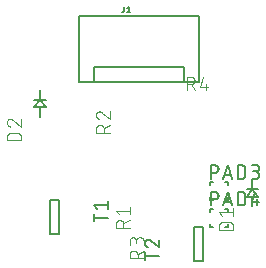
<source format=gto>
G04 EAGLE Gerber RS-274X export*
G75*
%MOMM*%
%FSLAX34Y34*%
%LPD*%
%INTop Silkscreen*%
%IPPOS*%
%AMOC8*
5,1,8,0,0,1.08239X$1,22.5*%
G01*
%ADD10C,0.127000*%
%ADD11C,0.101600*%
%ADD12C,0.152400*%


D10*
X38780Y170225D02*
X34017Y163875D01*
X38780Y163875D01*
X43543Y163875D01*
X38780Y170225D01*
X34017Y170225D01*
X38780Y170225D02*
X43543Y170225D01*
X38780Y163875D02*
X38780Y155937D01*
X38780Y170225D02*
X38780Y178163D01*
D11*
X22397Y135808D02*
X10713Y135808D01*
X10713Y139054D01*
X10715Y139167D01*
X10721Y139280D01*
X10731Y139393D01*
X10745Y139506D01*
X10762Y139618D01*
X10784Y139729D01*
X10809Y139839D01*
X10839Y139949D01*
X10872Y140057D01*
X10909Y140164D01*
X10949Y140270D01*
X10994Y140374D01*
X11042Y140477D01*
X11093Y140578D01*
X11148Y140677D01*
X11206Y140774D01*
X11268Y140869D01*
X11333Y140962D01*
X11401Y141052D01*
X11472Y141140D01*
X11547Y141226D01*
X11624Y141309D01*
X11704Y141389D01*
X11787Y141466D01*
X11873Y141541D01*
X11961Y141612D01*
X12051Y141680D01*
X12144Y141745D01*
X12239Y141807D01*
X12336Y141865D01*
X12435Y141920D01*
X12536Y141971D01*
X12639Y142019D01*
X12743Y142064D01*
X12849Y142104D01*
X12956Y142141D01*
X13064Y142174D01*
X13174Y142204D01*
X13284Y142229D01*
X13395Y142251D01*
X13507Y142268D01*
X13620Y142282D01*
X13733Y142292D01*
X13846Y142298D01*
X13959Y142300D01*
X13959Y142299D02*
X19152Y142299D01*
X19152Y142300D02*
X19265Y142298D01*
X19378Y142292D01*
X19491Y142282D01*
X19604Y142268D01*
X19716Y142251D01*
X19827Y142229D01*
X19937Y142204D01*
X20047Y142174D01*
X20155Y142141D01*
X20262Y142104D01*
X20368Y142064D01*
X20472Y142019D01*
X20575Y141971D01*
X20676Y141920D01*
X20775Y141865D01*
X20872Y141807D01*
X20967Y141745D01*
X21060Y141680D01*
X21150Y141612D01*
X21238Y141541D01*
X21324Y141466D01*
X21407Y141389D01*
X21487Y141309D01*
X21564Y141226D01*
X21639Y141140D01*
X21710Y141052D01*
X21778Y140962D01*
X21843Y140869D01*
X21905Y140774D01*
X21963Y140677D01*
X22018Y140578D01*
X22069Y140477D01*
X22117Y140374D01*
X22162Y140270D01*
X22202Y140164D01*
X22239Y140057D01*
X22272Y139949D01*
X22302Y139839D01*
X22327Y139729D01*
X22349Y139618D01*
X22366Y139506D01*
X22380Y139393D01*
X22390Y139280D01*
X22396Y139167D01*
X22398Y139054D01*
X22397Y139054D02*
X22397Y135808D01*
X10713Y151189D02*
X10715Y151296D01*
X10721Y151402D01*
X10731Y151508D01*
X10744Y151614D01*
X10762Y151720D01*
X10783Y151824D01*
X10808Y151928D01*
X10837Y152031D01*
X10869Y152132D01*
X10906Y152232D01*
X10946Y152331D01*
X10989Y152429D01*
X11036Y152525D01*
X11087Y152619D01*
X11141Y152711D01*
X11198Y152801D01*
X11258Y152889D01*
X11322Y152974D01*
X11389Y153057D01*
X11459Y153138D01*
X11531Y153216D01*
X11607Y153292D01*
X11685Y153364D01*
X11766Y153434D01*
X11849Y153501D01*
X11934Y153565D01*
X12022Y153625D01*
X12112Y153682D01*
X12204Y153736D01*
X12298Y153787D01*
X12394Y153834D01*
X12492Y153877D01*
X12591Y153917D01*
X12691Y153954D01*
X12792Y153986D01*
X12895Y154015D01*
X12999Y154040D01*
X13103Y154061D01*
X13209Y154079D01*
X13315Y154092D01*
X13421Y154102D01*
X13527Y154108D01*
X13634Y154110D01*
X10713Y151189D02*
X10715Y151068D01*
X10721Y150947D01*
X10731Y150827D01*
X10744Y150706D01*
X10762Y150587D01*
X10783Y150467D01*
X10808Y150349D01*
X10837Y150232D01*
X10870Y150115D01*
X10906Y150000D01*
X10947Y149886D01*
X10990Y149773D01*
X11038Y149661D01*
X11089Y149552D01*
X11144Y149444D01*
X11202Y149337D01*
X11263Y149233D01*
X11328Y149131D01*
X11396Y149031D01*
X11467Y148933D01*
X11541Y148837D01*
X11618Y148744D01*
X11699Y148654D01*
X11782Y148566D01*
X11868Y148481D01*
X11957Y148398D01*
X12048Y148319D01*
X12142Y148242D01*
X12238Y148169D01*
X12336Y148099D01*
X12437Y148032D01*
X12540Y147968D01*
X12645Y147908D01*
X12752Y147850D01*
X12860Y147797D01*
X12970Y147747D01*
X13082Y147701D01*
X13195Y147658D01*
X13310Y147619D01*
X15906Y153136D02*
X15828Y153215D01*
X15748Y153291D01*
X15665Y153364D01*
X15579Y153434D01*
X15492Y153501D01*
X15401Y153565D01*
X15309Y153625D01*
X15215Y153683D01*
X15118Y153737D01*
X15020Y153787D01*
X14920Y153834D01*
X14819Y153878D01*
X14716Y153918D01*
X14611Y153954D01*
X14506Y153986D01*
X14399Y154015D01*
X14292Y154040D01*
X14183Y154062D01*
X14074Y154079D01*
X13965Y154093D01*
X13855Y154102D01*
X13744Y154108D01*
X13634Y154110D01*
X15906Y153136D02*
X22397Y147619D01*
X22397Y154110D01*
X102868Y61905D02*
X114552Y61905D01*
X102868Y61905D02*
X102868Y65150D01*
X102870Y65263D01*
X102876Y65376D01*
X102886Y65489D01*
X102900Y65602D01*
X102917Y65714D01*
X102939Y65825D01*
X102964Y65935D01*
X102994Y66045D01*
X103027Y66153D01*
X103064Y66260D01*
X103104Y66366D01*
X103149Y66470D01*
X103197Y66573D01*
X103248Y66674D01*
X103303Y66773D01*
X103361Y66870D01*
X103423Y66965D01*
X103488Y67058D01*
X103556Y67148D01*
X103627Y67236D01*
X103702Y67322D01*
X103779Y67405D01*
X103859Y67485D01*
X103942Y67562D01*
X104028Y67637D01*
X104116Y67708D01*
X104206Y67776D01*
X104299Y67841D01*
X104394Y67903D01*
X104491Y67961D01*
X104590Y68016D01*
X104691Y68067D01*
X104794Y68115D01*
X104898Y68160D01*
X105004Y68200D01*
X105111Y68237D01*
X105219Y68270D01*
X105329Y68300D01*
X105439Y68325D01*
X105550Y68347D01*
X105662Y68364D01*
X105775Y68378D01*
X105888Y68388D01*
X106001Y68394D01*
X106114Y68396D01*
X106227Y68394D01*
X106340Y68388D01*
X106453Y68378D01*
X106566Y68364D01*
X106678Y68347D01*
X106789Y68325D01*
X106899Y68300D01*
X107009Y68270D01*
X107117Y68237D01*
X107224Y68200D01*
X107330Y68160D01*
X107434Y68115D01*
X107537Y68067D01*
X107638Y68016D01*
X107737Y67961D01*
X107834Y67903D01*
X107929Y67841D01*
X108022Y67776D01*
X108112Y67708D01*
X108200Y67637D01*
X108286Y67562D01*
X108369Y67485D01*
X108449Y67405D01*
X108526Y67322D01*
X108601Y67236D01*
X108672Y67148D01*
X108740Y67058D01*
X108805Y66965D01*
X108867Y66870D01*
X108925Y66773D01*
X108980Y66674D01*
X109031Y66573D01*
X109079Y66470D01*
X109124Y66366D01*
X109164Y66260D01*
X109201Y66153D01*
X109234Y66045D01*
X109264Y65935D01*
X109289Y65825D01*
X109311Y65714D01*
X109328Y65602D01*
X109342Y65489D01*
X109352Y65376D01*
X109358Y65263D01*
X109360Y65150D01*
X109359Y65150D02*
X109359Y61905D01*
X109359Y65799D02*
X114552Y68396D01*
X105464Y73261D02*
X102868Y76506D01*
X114552Y76506D01*
X114552Y73261D02*
X114552Y79752D01*
X97812Y142555D02*
X86128Y142555D01*
X86128Y145800D01*
X86130Y145913D01*
X86136Y146026D01*
X86146Y146139D01*
X86160Y146252D01*
X86177Y146364D01*
X86199Y146475D01*
X86224Y146585D01*
X86254Y146695D01*
X86287Y146803D01*
X86324Y146910D01*
X86364Y147016D01*
X86409Y147120D01*
X86457Y147223D01*
X86508Y147324D01*
X86563Y147423D01*
X86621Y147520D01*
X86683Y147615D01*
X86748Y147708D01*
X86816Y147798D01*
X86887Y147886D01*
X86962Y147972D01*
X87039Y148055D01*
X87119Y148135D01*
X87202Y148212D01*
X87288Y148287D01*
X87376Y148358D01*
X87466Y148426D01*
X87559Y148491D01*
X87654Y148553D01*
X87751Y148611D01*
X87850Y148666D01*
X87951Y148717D01*
X88054Y148765D01*
X88158Y148810D01*
X88264Y148850D01*
X88371Y148887D01*
X88479Y148920D01*
X88589Y148950D01*
X88699Y148975D01*
X88810Y148997D01*
X88922Y149014D01*
X89035Y149028D01*
X89148Y149038D01*
X89261Y149044D01*
X89374Y149046D01*
X89487Y149044D01*
X89600Y149038D01*
X89713Y149028D01*
X89826Y149014D01*
X89938Y148997D01*
X90049Y148975D01*
X90159Y148950D01*
X90269Y148920D01*
X90377Y148887D01*
X90484Y148850D01*
X90590Y148810D01*
X90694Y148765D01*
X90797Y148717D01*
X90898Y148666D01*
X90997Y148611D01*
X91094Y148553D01*
X91189Y148491D01*
X91282Y148426D01*
X91372Y148358D01*
X91460Y148287D01*
X91546Y148212D01*
X91629Y148135D01*
X91709Y148055D01*
X91786Y147972D01*
X91861Y147886D01*
X91932Y147798D01*
X92000Y147708D01*
X92065Y147615D01*
X92127Y147520D01*
X92185Y147423D01*
X92240Y147324D01*
X92291Y147223D01*
X92339Y147120D01*
X92384Y147016D01*
X92424Y146910D01*
X92461Y146803D01*
X92494Y146695D01*
X92524Y146585D01*
X92549Y146475D01*
X92571Y146364D01*
X92588Y146252D01*
X92602Y146139D01*
X92612Y146026D01*
X92618Y145913D01*
X92620Y145800D01*
X92619Y145800D02*
X92619Y142555D01*
X92619Y146449D02*
X97812Y149046D01*
X89049Y160402D02*
X88942Y160400D01*
X88836Y160394D01*
X88730Y160384D01*
X88624Y160371D01*
X88518Y160353D01*
X88414Y160332D01*
X88310Y160307D01*
X88207Y160278D01*
X88106Y160246D01*
X88006Y160209D01*
X87907Y160169D01*
X87809Y160126D01*
X87713Y160079D01*
X87619Y160028D01*
X87527Y159974D01*
X87437Y159917D01*
X87349Y159857D01*
X87264Y159793D01*
X87181Y159726D01*
X87100Y159656D01*
X87022Y159584D01*
X86946Y159508D01*
X86874Y159430D01*
X86804Y159349D01*
X86737Y159266D01*
X86673Y159181D01*
X86613Y159093D01*
X86556Y159003D01*
X86502Y158911D01*
X86451Y158817D01*
X86404Y158721D01*
X86361Y158623D01*
X86321Y158524D01*
X86284Y158424D01*
X86252Y158323D01*
X86223Y158220D01*
X86198Y158116D01*
X86177Y158012D01*
X86159Y157906D01*
X86146Y157800D01*
X86136Y157694D01*
X86130Y157588D01*
X86128Y157481D01*
X86130Y157360D01*
X86136Y157239D01*
X86146Y157119D01*
X86159Y156998D01*
X86177Y156879D01*
X86198Y156759D01*
X86223Y156641D01*
X86252Y156524D01*
X86285Y156407D01*
X86321Y156292D01*
X86362Y156178D01*
X86405Y156065D01*
X86453Y155953D01*
X86504Y155844D01*
X86559Y155736D01*
X86617Y155629D01*
X86678Y155525D01*
X86743Y155423D01*
X86811Y155323D01*
X86882Y155225D01*
X86956Y155129D01*
X87033Y155036D01*
X87114Y154946D01*
X87197Y154858D01*
X87283Y154773D01*
X87372Y154690D01*
X87463Y154611D01*
X87557Y154534D01*
X87653Y154461D01*
X87751Y154391D01*
X87852Y154324D01*
X87955Y154260D01*
X88060Y154200D01*
X88167Y154142D01*
X88275Y154089D01*
X88385Y154039D01*
X88497Y153993D01*
X88610Y153950D01*
X88725Y153911D01*
X91321Y159428D02*
X91243Y159507D01*
X91163Y159583D01*
X91080Y159656D01*
X90994Y159726D01*
X90907Y159793D01*
X90816Y159857D01*
X90724Y159917D01*
X90630Y159975D01*
X90533Y160029D01*
X90435Y160079D01*
X90335Y160126D01*
X90234Y160170D01*
X90131Y160210D01*
X90026Y160246D01*
X89921Y160278D01*
X89814Y160307D01*
X89707Y160332D01*
X89598Y160354D01*
X89489Y160371D01*
X89380Y160385D01*
X89270Y160394D01*
X89159Y160400D01*
X89049Y160402D01*
X91321Y159428D02*
X97812Y153911D01*
X97812Y160402D01*
D10*
X71630Y185170D02*
X71630Y241050D01*
X173230Y241050D02*
X173230Y185170D01*
X173230Y241050D02*
X71630Y241050D01*
X160530Y185170D02*
X173230Y185170D01*
X160530Y185170D02*
X84330Y185170D01*
X71630Y185170D01*
X84330Y185170D02*
X84330Y197870D01*
X160530Y197870D01*
X160530Y185170D01*
X109434Y245297D02*
X109434Y249051D01*
X109433Y245297D02*
X109431Y245232D01*
X109425Y245168D01*
X109415Y245104D01*
X109402Y245040D01*
X109384Y244978D01*
X109363Y244917D01*
X109339Y244857D01*
X109310Y244799D01*
X109278Y244742D01*
X109243Y244688D01*
X109205Y244636D01*
X109163Y244586D01*
X109119Y244539D01*
X109072Y244495D01*
X109022Y244453D01*
X108970Y244415D01*
X108916Y244380D01*
X108859Y244348D01*
X108801Y244319D01*
X108741Y244295D01*
X108680Y244274D01*
X108618Y244256D01*
X108554Y244243D01*
X108490Y244233D01*
X108426Y244227D01*
X108361Y244225D01*
X107825Y244225D01*
X112382Y247979D02*
X113722Y249051D01*
X113722Y244225D01*
X112382Y244225D02*
X115063Y244225D01*
D12*
X182880Y100330D02*
X185420Y100330D01*
X182880Y100330D02*
X182880Y97790D01*
X198120Y97790D02*
X198120Y100330D01*
X195580Y100330D01*
X198120Y87630D02*
X198120Y85090D01*
X195580Y85090D01*
X185420Y85090D02*
X182880Y85090D01*
X182880Y87630D01*
D10*
X183515Y103505D02*
X183515Y114935D01*
X186690Y114935D01*
X186801Y114933D01*
X186911Y114927D01*
X187022Y114918D01*
X187132Y114904D01*
X187241Y114887D01*
X187350Y114866D01*
X187458Y114841D01*
X187565Y114812D01*
X187671Y114780D01*
X187776Y114744D01*
X187879Y114704D01*
X187981Y114661D01*
X188082Y114614D01*
X188181Y114563D01*
X188278Y114510D01*
X188372Y114453D01*
X188465Y114392D01*
X188556Y114329D01*
X188645Y114262D01*
X188731Y114192D01*
X188814Y114119D01*
X188896Y114044D01*
X188974Y113966D01*
X189049Y113884D01*
X189122Y113801D01*
X189192Y113715D01*
X189259Y113626D01*
X189322Y113535D01*
X189383Y113442D01*
X189440Y113347D01*
X189493Y113251D01*
X189544Y113152D01*
X189591Y113051D01*
X189634Y112949D01*
X189674Y112846D01*
X189710Y112741D01*
X189742Y112635D01*
X189771Y112528D01*
X189796Y112420D01*
X189817Y112311D01*
X189834Y112202D01*
X189848Y112092D01*
X189857Y111981D01*
X189863Y111871D01*
X189865Y111760D01*
X189863Y111649D01*
X189857Y111539D01*
X189848Y111428D01*
X189834Y111318D01*
X189817Y111209D01*
X189796Y111100D01*
X189771Y110992D01*
X189742Y110885D01*
X189710Y110779D01*
X189674Y110674D01*
X189634Y110571D01*
X189591Y110469D01*
X189544Y110368D01*
X189493Y110269D01*
X189440Y110172D01*
X189383Y110078D01*
X189322Y109985D01*
X189259Y109894D01*
X189192Y109805D01*
X189122Y109719D01*
X189049Y109636D01*
X188974Y109554D01*
X188896Y109476D01*
X188814Y109401D01*
X188731Y109328D01*
X188645Y109258D01*
X188556Y109191D01*
X188465Y109128D01*
X188372Y109067D01*
X188277Y109010D01*
X188181Y108957D01*
X188082Y108906D01*
X187981Y108859D01*
X187879Y108816D01*
X187776Y108776D01*
X187671Y108740D01*
X187565Y108708D01*
X187458Y108679D01*
X187350Y108654D01*
X187241Y108633D01*
X187132Y108616D01*
X187022Y108602D01*
X186911Y108593D01*
X186801Y108587D01*
X186690Y108585D01*
X183515Y108585D01*
X193739Y103505D02*
X197549Y114935D01*
X201359Y103505D01*
X200406Y106363D02*
X194691Y106363D01*
X206185Y103505D02*
X206185Y114935D01*
X209360Y114935D01*
X209471Y114933D01*
X209581Y114927D01*
X209692Y114918D01*
X209802Y114904D01*
X209911Y114887D01*
X210020Y114866D01*
X210128Y114841D01*
X210235Y114812D01*
X210341Y114780D01*
X210446Y114744D01*
X210549Y114704D01*
X210651Y114661D01*
X210752Y114614D01*
X210851Y114563D01*
X210948Y114510D01*
X211042Y114453D01*
X211135Y114392D01*
X211226Y114329D01*
X211315Y114262D01*
X211401Y114192D01*
X211484Y114119D01*
X211566Y114044D01*
X211644Y113966D01*
X211719Y113884D01*
X211792Y113801D01*
X211862Y113715D01*
X211929Y113626D01*
X211992Y113535D01*
X212053Y113442D01*
X212110Y113348D01*
X212163Y113251D01*
X212214Y113152D01*
X212261Y113051D01*
X212304Y112949D01*
X212344Y112846D01*
X212380Y112741D01*
X212412Y112635D01*
X212441Y112528D01*
X212466Y112420D01*
X212487Y112311D01*
X212504Y112202D01*
X212518Y112092D01*
X212527Y111981D01*
X212533Y111871D01*
X212535Y111760D01*
X212535Y106680D01*
X212533Y106569D01*
X212527Y106459D01*
X212518Y106348D01*
X212504Y106238D01*
X212487Y106129D01*
X212466Y106020D01*
X212441Y105912D01*
X212412Y105805D01*
X212380Y105699D01*
X212344Y105594D01*
X212304Y105491D01*
X212261Y105389D01*
X212214Y105288D01*
X212163Y105189D01*
X212110Y105092D01*
X212053Y104998D01*
X211992Y104905D01*
X211929Y104814D01*
X211862Y104725D01*
X211792Y104639D01*
X211719Y104556D01*
X211644Y104474D01*
X211566Y104396D01*
X211484Y104321D01*
X211401Y104248D01*
X211315Y104178D01*
X211226Y104111D01*
X211135Y104048D01*
X211042Y103987D01*
X210947Y103930D01*
X210851Y103877D01*
X210752Y103826D01*
X210651Y103779D01*
X210549Y103736D01*
X210446Y103696D01*
X210341Y103660D01*
X210235Y103628D01*
X210128Y103599D01*
X210020Y103574D01*
X209911Y103553D01*
X209802Y103536D01*
X209692Y103522D01*
X209581Y103513D01*
X209471Y103507D01*
X209360Y103505D01*
X206185Y103505D01*
X217996Y103505D02*
X221171Y103505D01*
X221282Y103507D01*
X221392Y103513D01*
X221503Y103522D01*
X221613Y103536D01*
X221722Y103553D01*
X221831Y103574D01*
X221939Y103599D01*
X222046Y103628D01*
X222152Y103660D01*
X222257Y103696D01*
X222360Y103736D01*
X222462Y103779D01*
X222563Y103826D01*
X222662Y103877D01*
X222758Y103930D01*
X222853Y103987D01*
X222946Y104048D01*
X223037Y104111D01*
X223126Y104178D01*
X223212Y104248D01*
X223295Y104321D01*
X223377Y104396D01*
X223455Y104474D01*
X223530Y104556D01*
X223603Y104639D01*
X223673Y104725D01*
X223740Y104814D01*
X223803Y104905D01*
X223864Y104998D01*
X223921Y105092D01*
X223974Y105189D01*
X224025Y105288D01*
X224072Y105389D01*
X224115Y105491D01*
X224155Y105594D01*
X224191Y105699D01*
X224223Y105805D01*
X224252Y105912D01*
X224277Y106020D01*
X224298Y106129D01*
X224315Y106238D01*
X224329Y106348D01*
X224338Y106459D01*
X224344Y106569D01*
X224346Y106680D01*
X224344Y106791D01*
X224338Y106901D01*
X224329Y107012D01*
X224315Y107122D01*
X224298Y107231D01*
X224277Y107340D01*
X224252Y107448D01*
X224223Y107555D01*
X224191Y107661D01*
X224155Y107766D01*
X224115Y107869D01*
X224072Y107971D01*
X224025Y108072D01*
X223974Y108171D01*
X223921Y108267D01*
X223864Y108362D01*
X223803Y108455D01*
X223740Y108546D01*
X223673Y108635D01*
X223603Y108721D01*
X223530Y108804D01*
X223455Y108886D01*
X223377Y108964D01*
X223295Y109039D01*
X223212Y109112D01*
X223126Y109182D01*
X223037Y109249D01*
X222946Y109312D01*
X222853Y109373D01*
X222759Y109430D01*
X222662Y109483D01*
X222563Y109534D01*
X222462Y109581D01*
X222360Y109624D01*
X222257Y109664D01*
X222152Y109700D01*
X222046Y109732D01*
X221939Y109761D01*
X221831Y109786D01*
X221722Y109807D01*
X221613Y109824D01*
X221503Y109838D01*
X221392Y109847D01*
X221282Y109853D01*
X221171Y109855D01*
X221806Y114935D02*
X217996Y114935D01*
X221806Y114935D02*
X221906Y114933D01*
X222005Y114927D01*
X222105Y114917D01*
X222203Y114904D01*
X222302Y114886D01*
X222399Y114865D01*
X222495Y114840D01*
X222591Y114811D01*
X222685Y114778D01*
X222778Y114742D01*
X222869Y114702D01*
X222959Y114658D01*
X223047Y114611D01*
X223133Y114561D01*
X223217Y114507D01*
X223299Y114450D01*
X223378Y114390D01*
X223456Y114326D01*
X223530Y114260D01*
X223602Y114191D01*
X223671Y114119D01*
X223737Y114045D01*
X223801Y113967D01*
X223861Y113888D01*
X223918Y113806D01*
X223972Y113722D01*
X224022Y113636D01*
X224069Y113548D01*
X224113Y113458D01*
X224153Y113367D01*
X224189Y113274D01*
X224222Y113180D01*
X224251Y113084D01*
X224276Y112988D01*
X224297Y112891D01*
X224315Y112792D01*
X224328Y112694D01*
X224338Y112594D01*
X224344Y112495D01*
X224346Y112395D01*
X224344Y112295D01*
X224338Y112196D01*
X224328Y112096D01*
X224315Y111998D01*
X224297Y111899D01*
X224276Y111802D01*
X224251Y111706D01*
X224222Y111610D01*
X224189Y111516D01*
X224153Y111423D01*
X224113Y111332D01*
X224069Y111242D01*
X224022Y111154D01*
X223972Y111068D01*
X223918Y110984D01*
X223861Y110902D01*
X223801Y110823D01*
X223737Y110745D01*
X223671Y110671D01*
X223602Y110599D01*
X223530Y110530D01*
X223456Y110464D01*
X223378Y110400D01*
X223299Y110340D01*
X223217Y110283D01*
X223133Y110229D01*
X223047Y110179D01*
X222959Y110132D01*
X222869Y110088D01*
X222778Y110048D01*
X222685Y110012D01*
X222591Y109979D01*
X222495Y109950D01*
X222399Y109925D01*
X222302Y109904D01*
X222203Y109886D01*
X222105Y109873D01*
X222005Y109863D01*
X221906Y109857D01*
X221806Y109855D01*
X219266Y109855D01*
D12*
X185420Y77720D02*
X182880Y77720D01*
X182880Y75180D01*
X198120Y75180D02*
X198120Y77720D01*
X195580Y77720D01*
X198120Y65020D02*
X198120Y62480D01*
X195580Y62480D01*
X185420Y62480D02*
X182880Y62480D01*
X182880Y65020D01*
D10*
X183515Y80895D02*
X183515Y92325D01*
X186690Y92325D01*
X186801Y92323D01*
X186911Y92317D01*
X187022Y92308D01*
X187132Y92294D01*
X187241Y92277D01*
X187350Y92256D01*
X187458Y92231D01*
X187565Y92202D01*
X187671Y92170D01*
X187776Y92134D01*
X187879Y92094D01*
X187981Y92051D01*
X188082Y92004D01*
X188181Y91953D01*
X188278Y91900D01*
X188372Y91843D01*
X188465Y91782D01*
X188556Y91719D01*
X188645Y91652D01*
X188731Y91582D01*
X188814Y91509D01*
X188896Y91434D01*
X188974Y91356D01*
X189049Y91274D01*
X189122Y91191D01*
X189192Y91105D01*
X189259Y91016D01*
X189322Y90925D01*
X189383Y90832D01*
X189440Y90737D01*
X189493Y90641D01*
X189544Y90542D01*
X189591Y90441D01*
X189634Y90339D01*
X189674Y90236D01*
X189710Y90131D01*
X189742Y90025D01*
X189771Y89918D01*
X189796Y89810D01*
X189817Y89701D01*
X189834Y89592D01*
X189848Y89482D01*
X189857Y89371D01*
X189863Y89261D01*
X189865Y89150D01*
X189863Y89039D01*
X189857Y88929D01*
X189848Y88818D01*
X189834Y88708D01*
X189817Y88599D01*
X189796Y88490D01*
X189771Y88382D01*
X189742Y88275D01*
X189710Y88169D01*
X189674Y88064D01*
X189634Y87961D01*
X189591Y87859D01*
X189544Y87758D01*
X189493Y87659D01*
X189440Y87562D01*
X189383Y87468D01*
X189322Y87375D01*
X189259Y87284D01*
X189192Y87195D01*
X189122Y87109D01*
X189049Y87026D01*
X188974Y86944D01*
X188896Y86866D01*
X188814Y86791D01*
X188731Y86718D01*
X188645Y86648D01*
X188556Y86581D01*
X188465Y86518D01*
X188372Y86457D01*
X188277Y86400D01*
X188181Y86347D01*
X188082Y86296D01*
X187981Y86249D01*
X187879Y86206D01*
X187776Y86166D01*
X187671Y86130D01*
X187565Y86098D01*
X187458Y86069D01*
X187350Y86044D01*
X187241Y86023D01*
X187132Y86006D01*
X187022Y85992D01*
X186911Y85983D01*
X186801Y85977D01*
X186690Y85975D01*
X183515Y85975D01*
X193739Y80895D02*
X197549Y92325D01*
X201359Y80895D01*
X200406Y83753D02*
X194691Y83753D01*
X206185Y80895D02*
X206185Y92325D01*
X209360Y92325D01*
X209471Y92323D01*
X209581Y92317D01*
X209692Y92308D01*
X209802Y92294D01*
X209911Y92277D01*
X210020Y92256D01*
X210128Y92231D01*
X210235Y92202D01*
X210341Y92170D01*
X210446Y92134D01*
X210549Y92094D01*
X210651Y92051D01*
X210752Y92004D01*
X210851Y91953D01*
X210948Y91900D01*
X211042Y91843D01*
X211135Y91782D01*
X211226Y91719D01*
X211315Y91652D01*
X211401Y91582D01*
X211484Y91509D01*
X211566Y91434D01*
X211644Y91356D01*
X211719Y91274D01*
X211792Y91191D01*
X211862Y91105D01*
X211929Y91016D01*
X211992Y90925D01*
X212053Y90832D01*
X212110Y90738D01*
X212163Y90641D01*
X212214Y90542D01*
X212261Y90441D01*
X212304Y90339D01*
X212344Y90236D01*
X212380Y90131D01*
X212412Y90025D01*
X212441Y89918D01*
X212466Y89810D01*
X212487Y89701D01*
X212504Y89592D01*
X212518Y89482D01*
X212527Y89371D01*
X212533Y89261D01*
X212535Y89150D01*
X212535Y84070D01*
X212533Y83959D01*
X212527Y83849D01*
X212518Y83738D01*
X212504Y83628D01*
X212487Y83519D01*
X212466Y83410D01*
X212441Y83302D01*
X212412Y83195D01*
X212380Y83089D01*
X212344Y82984D01*
X212304Y82881D01*
X212261Y82779D01*
X212214Y82678D01*
X212163Y82579D01*
X212110Y82482D01*
X212053Y82388D01*
X211992Y82295D01*
X211929Y82204D01*
X211862Y82115D01*
X211792Y82029D01*
X211719Y81946D01*
X211644Y81864D01*
X211566Y81786D01*
X211484Y81711D01*
X211401Y81638D01*
X211315Y81568D01*
X211226Y81501D01*
X211135Y81438D01*
X211042Y81377D01*
X210947Y81320D01*
X210851Y81267D01*
X210752Y81216D01*
X210651Y81169D01*
X210549Y81126D01*
X210446Y81086D01*
X210341Y81050D01*
X210235Y81018D01*
X210128Y80989D01*
X210020Y80964D01*
X209911Y80943D01*
X209802Y80926D01*
X209692Y80912D01*
X209581Y80903D01*
X209471Y80897D01*
X209360Y80895D01*
X206185Y80895D01*
X217996Y83435D02*
X220536Y92325D01*
X217996Y83435D02*
X224346Y83435D01*
X222441Y85975D02*
X222441Y80895D01*
D12*
X54610Y85344D02*
X54610Y56388D01*
X46990Y56388D01*
X46990Y85344D01*
X54610Y85344D01*
D10*
X84455Y70612D02*
X95885Y70612D01*
X84455Y67437D02*
X84455Y73787D01*
X86995Y78105D02*
X84455Y81280D01*
X95885Y81280D01*
X95885Y78105D02*
X95885Y84455D01*
X213677Y88265D02*
X218440Y94615D01*
X218440Y88265D02*
X213677Y88265D01*
X218440Y88265D02*
X223203Y88265D01*
X218440Y94615D01*
X213677Y94615D01*
X218440Y94615D02*
X223203Y94615D01*
X218440Y88265D02*
X218440Y80327D01*
X218440Y94615D02*
X218440Y102553D01*
D11*
X202057Y60198D02*
X190373Y60198D01*
X190373Y63444D01*
X190375Y63557D01*
X190381Y63670D01*
X190391Y63783D01*
X190405Y63896D01*
X190422Y64008D01*
X190444Y64119D01*
X190469Y64229D01*
X190499Y64339D01*
X190532Y64447D01*
X190569Y64554D01*
X190609Y64660D01*
X190654Y64764D01*
X190702Y64867D01*
X190753Y64968D01*
X190808Y65067D01*
X190866Y65164D01*
X190928Y65259D01*
X190993Y65352D01*
X191061Y65442D01*
X191132Y65530D01*
X191207Y65616D01*
X191284Y65699D01*
X191364Y65779D01*
X191447Y65856D01*
X191533Y65931D01*
X191621Y66002D01*
X191711Y66070D01*
X191804Y66135D01*
X191899Y66197D01*
X191996Y66255D01*
X192095Y66310D01*
X192196Y66361D01*
X192299Y66409D01*
X192403Y66454D01*
X192509Y66494D01*
X192616Y66531D01*
X192724Y66564D01*
X192834Y66594D01*
X192944Y66619D01*
X193055Y66641D01*
X193167Y66658D01*
X193280Y66672D01*
X193393Y66682D01*
X193506Y66688D01*
X193619Y66690D01*
X193619Y66689D02*
X198811Y66689D01*
X198811Y66690D02*
X198924Y66688D01*
X199037Y66682D01*
X199150Y66672D01*
X199263Y66658D01*
X199375Y66641D01*
X199486Y66619D01*
X199596Y66594D01*
X199706Y66564D01*
X199814Y66531D01*
X199921Y66494D01*
X200027Y66454D01*
X200131Y66409D01*
X200234Y66361D01*
X200335Y66310D01*
X200434Y66255D01*
X200531Y66197D01*
X200626Y66135D01*
X200719Y66070D01*
X200809Y66002D01*
X200897Y65931D01*
X200983Y65856D01*
X201066Y65779D01*
X201146Y65699D01*
X201223Y65616D01*
X201298Y65530D01*
X201369Y65442D01*
X201437Y65352D01*
X201502Y65259D01*
X201564Y65164D01*
X201622Y65067D01*
X201677Y64968D01*
X201728Y64867D01*
X201776Y64764D01*
X201821Y64660D01*
X201861Y64554D01*
X201898Y64447D01*
X201931Y64339D01*
X201961Y64229D01*
X201986Y64119D01*
X202008Y64008D01*
X202025Y63896D01*
X202039Y63783D01*
X202049Y63670D01*
X202055Y63557D01*
X202057Y63444D01*
X202057Y60198D01*
X192969Y72009D02*
X190373Y75255D01*
X202057Y75255D01*
X202057Y78500D02*
X202057Y72009D01*
X126492Y36068D02*
X114808Y36068D01*
X114808Y39314D01*
X114810Y39427D01*
X114816Y39540D01*
X114826Y39653D01*
X114840Y39766D01*
X114857Y39878D01*
X114879Y39989D01*
X114904Y40099D01*
X114934Y40209D01*
X114967Y40317D01*
X115004Y40424D01*
X115044Y40530D01*
X115089Y40634D01*
X115137Y40737D01*
X115188Y40838D01*
X115243Y40937D01*
X115301Y41034D01*
X115363Y41129D01*
X115428Y41222D01*
X115496Y41312D01*
X115567Y41400D01*
X115642Y41486D01*
X115719Y41569D01*
X115799Y41649D01*
X115882Y41726D01*
X115968Y41801D01*
X116056Y41872D01*
X116146Y41940D01*
X116239Y42005D01*
X116334Y42067D01*
X116431Y42125D01*
X116530Y42180D01*
X116631Y42231D01*
X116734Y42279D01*
X116838Y42324D01*
X116944Y42364D01*
X117051Y42401D01*
X117159Y42434D01*
X117269Y42464D01*
X117379Y42489D01*
X117490Y42511D01*
X117602Y42528D01*
X117715Y42542D01*
X117828Y42552D01*
X117941Y42558D01*
X118054Y42560D01*
X118167Y42558D01*
X118280Y42552D01*
X118393Y42542D01*
X118506Y42528D01*
X118618Y42511D01*
X118729Y42489D01*
X118839Y42464D01*
X118949Y42434D01*
X119057Y42401D01*
X119164Y42364D01*
X119270Y42324D01*
X119374Y42279D01*
X119477Y42231D01*
X119578Y42180D01*
X119677Y42125D01*
X119774Y42067D01*
X119869Y42005D01*
X119962Y41940D01*
X120052Y41872D01*
X120140Y41801D01*
X120226Y41726D01*
X120309Y41649D01*
X120389Y41569D01*
X120466Y41486D01*
X120541Y41400D01*
X120612Y41312D01*
X120680Y41222D01*
X120745Y41129D01*
X120807Y41034D01*
X120865Y40937D01*
X120920Y40838D01*
X120971Y40737D01*
X121019Y40634D01*
X121064Y40530D01*
X121104Y40424D01*
X121141Y40317D01*
X121174Y40209D01*
X121204Y40099D01*
X121229Y39989D01*
X121251Y39878D01*
X121268Y39766D01*
X121282Y39653D01*
X121292Y39540D01*
X121298Y39427D01*
X121300Y39314D01*
X121299Y39314D02*
X121299Y36068D01*
X121299Y39963D02*
X126492Y42559D01*
X126492Y47424D02*
X126492Y50670D01*
X126490Y50783D01*
X126484Y50896D01*
X126474Y51009D01*
X126460Y51122D01*
X126443Y51234D01*
X126421Y51345D01*
X126396Y51455D01*
X126366Y51565D01*
X126333Y51673D01*
X126296Y51780D01*
X126256Y51886D01*
X126211Y51990D01*
X126163Y52093D01*
X126112Y52194D01*
X126057Y52293D01*
X125999Y52390D01*
X125937Y52485D01*
X125872Y52578D01*
X125804Y52668D01*
X125733Y52756D01*
X125658Y52842D01*
X125581Y52925D01*
X125501Y53005D01*
X125418Y53082D01*
X125332Y53157D01*
X125244Y53228D01*
X125154Y53296D01*
X125061Y53361D01*
X124966Y53423D01*
X124869Y53481D01*
X124770Y53536D01*
X124669Y53587D01*
X124566Y53635D01*
X124462Y53680D01*
X124356Y53720D01*
X124249Y53757D01*
X124141Y53790D01*
X124031Y53820D01*
X123921Y53845D01*
X123810Y53867D01*
X123698Y53884D01*
X123585Y53898D01*
X123472Y53908D01*
X123359Y53914D01*
X123246Y53916D01*
X123133Y53914D01*
X123020Y53908D01*
X122907Y53898D01*
X122794Y53884D01*
X122682Y53867D01*
X122571Y53845D01*
X122461Y53820D01*
X122351Y53790D01*
X122243Y53757D01*
X122136Y53720D01*
X122030Y53680D01*
X121926Y53635D01*
X121823Y53587D01*
X121722Y53536D01*
X121623Y53481D01*
X121526Y53423D01*
X121431Y53361D01*
X121338Y53296D01*
X121248Y53228D01*
X121160Y53157D01*
X121074Y53082D01*
X120991Y53005D01*
X120911Y52925D01*
X120834Y52842D01*
X120759Y52756D01*
X120688Y52668D01*
X120620Y52578D01*
X120555Y52485D01*
X120493Y52390D01*
X120435Y52293D01*
X120380Y52194D01*
X120329Y52093D01*
X120281Y51990D01*
X120236Y51886D01*
X120196Y51780D01*
X120159Y51673D01*
X120126Y51565D01*
X120096Y51455D01*
X120071Y51345D01*
X120049Y51234D01*
X120032Y51122D01*
X120018Y51009D01*
X120008Y50896D01*
X120002Y50783D01*
X120000Y50670D01*
X114808Y51319D02*
X114808Y47424D01*
X114808Y51319D02*
X114810Y51420D01*
X114816Y51520D01*
X114826Y51620D01*
X114839Y51720D01*
X114857Y51819D01*
X114878Y51918D01*
X114903Y52015D01*
X114932Y52112D01*
X114965Y52207D01*
X115001Y52301D01*
X115041Y52393D01*
X115084Y52484D01*
X115131Y52573D01*
X115181Y52660D01*
X115235Y52746D01*
X115292Y52829D01*
X115352Y52909D01*
X115415Y52988D01*
X115482Y53064D01*
X115551Y53137D01*
X115623Y53207D01*
X115697Y53275D01*
X115774Y53340D01*
X115854Y53401D01*
X115936Y53460D01*
X116020Y53515D01*
X116106Y53567D01*
X116194Y53616D01*
X116284Y53661D01*
X116376Y53703D01*
X116469Y53741D01*
X116564Y53775D01*
X116659Y53806D01*
X116756Y53833D01*
X116854Y53856D01*
X116953Y53876D01*
X117053Y53891D01*
X117153Y53903D01*
X117253Y53911D01*
X117354Y53915D01*
X117454Y53915D01*
X117555Y53911D01*
X117655Y53903D01*
X117755Y53891D01*
X117855Y53876D01*
X117954Y53856D01*
X118052Y53833D01*
X118149Y53806D01*
X118244Y53775D01*
X118339Y53741D01*
X118432Y53703D01*
X118524Y53661D01*
X118614Y53616D01*
X118702Y53567D01*
X118788Y53515D01*
X118872Y53460D01*
X118954Y53401D01*
X119034Y53340D01*
X119111Y53275D01*
X119185Y53207D01*
X119257Y53137D01*
X119326Y53064D01*
X119393Y52988D01*
X119456Y52909D01*
X119516Y52829D01*
X119573Y52746D01*
X119627Y52660D01*
X119677Y52573D01*
X119724Y52484D01*
X119767Y52393D01*
X119807Y52301D01*
X119843Y52207D01*
X119876Y52112D01*
X119905Y52015D01*
X119930Y51918D01*
X119951Y51819D01*
X119969Y51720D01*
X119982Y51620D01*
X119992Y51520D01*
X119998Y51420D01*
X120000Y51319D01*
X120001Y51319D02*
X120001Y48723D01*
X163068Y178308D02*
X163068Y189992D01*
X166314Y189992D01*
X166427Y189990D01*
X166540Y189984D01*
X166653Y189974D01*
X166766Y189960D01*
X166878Y189943D01*
X166989Y189921D01*
X167099Y189896D01*
X167209Y189866D01*
X167317Y189833D01*
X167424Y189796D01*
X167530Y189756D01*
X167634Y189711D01*
X167737Y189663D01*
X167838Y189612D01*
X167937Y189557D01*
X168034Y189499D01*
X168129Y189437D01*
X168222Y189372D01*
X168312Y189304D01*
X168400Y189233D01*
X168486Y189158D01*
X168569Y189081D01*
X168649Y189001D01*
X168726Y188918D01*
X168801Y188832D01*
X168872Y188744D01*
X168940Y188654D01*
X169005Y188561D01*
X169067Y188466D01*
X169125Y188369D01*
X169180Y188270D01*
X169231Y188169D01*
X169279Y188066D01*
X169324Y187962D01*
X169364Y187856D01*
X169401Y187749D01*
X169434Y187641D01*
X169464Y187531D01*
X169489Y187421D01*
X169511Y187310D01*
X169528Y187198D01*
X169542Y187085D01*
X169552Y186972D01*
X169558Y186859D01*
X169560Y186746D01*
X169558Y186633D01*
X169552Y186520D01*
X169542Y186407D01*
X169528Y186294D01*
X169511Y186182D01*
X169489Y186071D01*
X169464Y185961D01*
X169434Y185851D01*
X169401Y185743D01*
X169364Y185636D01*
X169324Y185530D01*
X169279Y185426D01*
X169231Y185323D01*
X169180Y185222D01*
X169125Y185123D01*
X169067Y185026D01*
X169005Y184931D01*
X168940Y184838D01*
X168872Y184748D01*
X168801Y184660D01*
X168726Y184574D01*
X168649Y184491D01*
X168569Y184411D01*
X168486Y184334D01*
X168400Y184259D01*
X168312Y184188D01*
X168222Y184120D01*
X168129Y184055D01*
X168034Y183993D01*
X167937Y183935D01*
X167838Y183880D01*
X167737Y183829D01*
X167634Y183781D01*
X167530Y183736D01*
X167424Y183696D01*
X167317Y183659D01*
X167209Y183626D01*
X167099Y183596D01*
X166989Y183571D01*
X166878Y183549D01*
X166766Y183532D01*
X166653Y183518D01*
X166540Y183508D01*
X166427Y183502D01*
X166314Y183500D01*
X166314Y183501D02*
X163068Y183501D01*
X166963Y183501D02*
X169559Y178308D01*
X174424Y180904D02*
X177021Y189992D01*
X174424Y180904D02*
X180915Y180904D01*
X178968Y183501D02*
X178968Y178308D01*
D12*
X168910Y62992D02*
X168910Y34036D01*
X168910Y62992D02*
X176530Y62992D01*
X176530Y34036D01*
X168910Y34036D01*
D10*
X139065Y38100D02*
X127635Y38100D01*
X127635Y34925D02*
X127635Y41275D01*
X127635Y49086D02*
X127637Y49190D01*
X127643Y49295D01*
X127652Y49399D01*
X127665Y49502D01*
X127683Y49605D01*
X127703Y49707D01*
X127728Y49809D01*
X127756Y49909D01*
X127788Y50009D01*
X127824Y50107D01*
X127863Y50204D01*
X127905Y50299D01*
X127951Y50393D01*
X128001Y50485D01*
X128053Y50575D01*
X128109Y50663D01*
X128169Y50749D01*
X128231Y50833D01*
X128296Y50914D01*
X128364Y50993D01*
X128436Y51070D01*
X128509Y51143D01*
X128586Y51215D01*
X128665Y51283D01*
X128746Y51348D01*
X128830Y51410D01*
X128916Y51470D01*
X129004Y51526D01*
X129094Y51578D01*
X129186Y51628D01*
X129280Y51674D01*
X129375Y51716D01*
X129472Y51755D01*
X129570Y51791D01*
X129670Y51823D01*
X129770Y51851D01*
X129872Y51876D01*
X129974Y51896D01*
X130077Y51914D01*
X130180Y51927D01*
X130284Y51936D01*
X130389Y51942D01*
X130493Y51944D01*
X127635Y49086D02*
X127637Y48968D01*
X127643Y48849D01*
X127652Y48731D01*
X127665Y48614D01*
X127683Y48497D01*
X127703Y48380D01*
X127728Y48264D01*
X127756Y48149D01*
X127789Y48036D01*
X127824Y47923D01*
X127864Y47811D01*
X127906Y47701D01*
X127953Y47592D01*
X128003Y47484D01*
X128056Y47379D01*
X128113Y47275D01*
X128173Y47173D01*
X128236Y47073D01*
X128303Y46975D01*
X128372Y46879D01*
X128445Y46786D01*
X128521Y46695D01*
X128599Y46606D01*
X128681Y46520D01*
X128765Y46437D01*
X128851Y46356D01*
X128941Y46279D01*
X129032Y46204D01*
X129126Y46132D01*
X129223Y46063D01*
X129321Y45998D01*
X129422Y45935D01*
X129525Y45876D01*
X129629Y45820D01*
X129735Y45768D01*
X129843Y45719D01*
X129952Y45674D01*
X130063Y45632D01*
X130175Y45594D01*
X132715Y50991D02*
X132640Y51067D01*
X132561Y51142D01*
X132480Y51213D01*
X132396Y51282D01*
X132310Y51347D01*
X132222Y51409D01*
X132132Y51469D01*
X132040Y51525D01*
X131945Y51578D01*
X131849Y51627D01*
X131751Y51673D01*
X131652Y51716D01*
X131551Y51755D01*
X131449Y51790D01*
X131346Y51822D01*
X131242Y51850D01*
X131137Y51875D01*
X131030Y51896D01*
X130924Y51913D01*
X130817Y51926D01*
X130709Y51935D01*
X130601Y51941D01*
X130493Y51943D01*
X132715Y50991D02*
X139065Y45593D01*
X139065Y51943D01*
M02*

</source>
